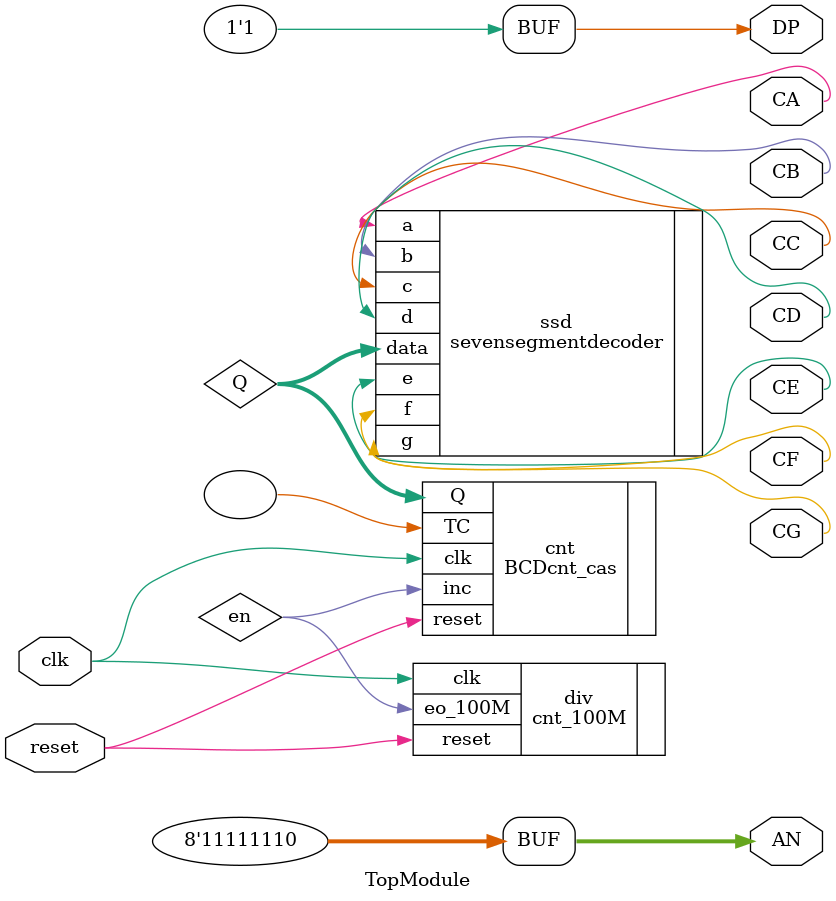
<source format=v>
`timescale 1ns / 1ps


module TopModule(
    output CA, CB, CC, CD, CE, CF, CG, DP,
    output [7:0] AN,
    input clk, reset);
    
    wire en;
    wire [3:0] Q;
    wire a,b,c,d,e,f,g;
    
    BCDcnt_cas cnt(.Q(Q), .TC(), .inc(en), .reset(reset), .clk(clk) );
    cnt_100M div(.clk(clk), .reset(reset), .eo_100M(en) );
    
    assign AN = 8'b1111_1110;
    assign DP = 1'b1;
    
    sevensegmentdecoder ssd(.a(CA), .b(CB), .c(CC), .d(CD), .e(CE), .f(CF), .g(CG), .data(Q) );
    
endmodule

</source>
